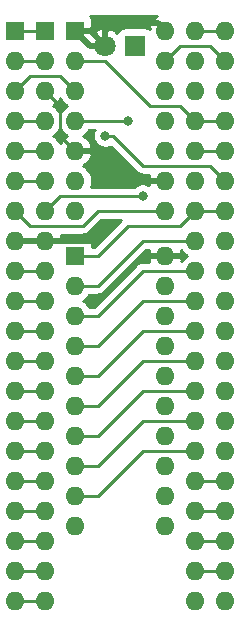
<source format=gbl>
G04 #@! TF.GenerationSoftware,KiCad,Pcbnew,(5.1.2-1)-1*
G04 #@! TF.CreationDate,2023-07-30T19:37:46+02:00*
G04 #@! TF.ProjectId,816to02,38313674-6f30-4322-9e6b-696361645f70,rev?*
G04 #@! TF.SameCoordinates,Original*
G04 #@! TF.FileFunction,Copper,L2,Bot*
G04 #@! TF.FilePolarity,Positive*
%FSLAX46Y46*%
G04 Gerber Fmt 4.6, Leading zero omitted, Abs format (unit mm)*
G04 Created by KiCad (PCBNEW (5.1.2-1)-1) date 2023-07-30 19:37:46*
%MOMM*%
%LPD*%
G04 APERTURE LIST*
%ADD10O,1.600000X1.600000*%
%ADD11R,1.600000X1.600000*%
%ADD12C,1.800000*%
%ADD13R,1.800000X1.800000*%
%ADD14C,0.800000*%
%ADD15C,0.250000*%
%ADD16C,0.500000*%
%ADD17C,0.254000*%
G04 APERTURE END LIST*
D10*
X33655000Y-24130000D03*
X18415000Y-72390000D03*
X33655000Y-26670000D03*
X18415000Y-69850000D03*
X33655000Y-29210000D03*
X18415000Y-67310000D03*
X33655000Y-31750000D03*
X18415000Y-64770000D03*
X33655000Y-34290000D03*
X18415000Y-62230000D03*
X33655000Y-36830000D03*
X18415000Y-59690000D03*
X33655000Y-39370000D03*
X18415000Y-57150000D03*
X33655000Y-41910000D03*
X18415000Y-54610000D03*
X33655000Y-44450000D03*
X18415000Y-52070000D03*
X33655000Y-46990000D03*
X18415000Y-49530000D03*
X33655000Y-49530000D03*
X18415000Y-46990000D03*
X33655000Y-52070000D03*
X18415000Y-44450000D03*
X33655000Y-54610000D03*
X18415000Y-41910000D03*
X33655000Y-57150000D03*
X18415000Y-39370000D03*
X33655000Y-59690000D03*
X18415000Y-36830000D03*
X33655000Y-62230000D03*
X18415000Y-34290000D03*
X33655000Y-64770000D03*
X18415000Y-31750000D03*
X33655000Y-67310000D03*
X18415000Y-29210000D03*
X33655000Y-69850000D03*
X18415000Y-26670000D03*
X33655000Y-72390000D03*
D11*
X18415000Y-24130000D03*
D12*
X26035000Y-25400000D03*
D13*
X28575000Y-25400000D03*
D10*
X31115000Y-24130000D03*
X23495000Y-39370000D03*
X31115000Y-26670000D03*
X23495000Y-36830000D03*
X31115000Y-29210000D03*
X23495000Y-34290000D03*
X31115000Y-31750000D03*
X23495000Y-31750000D03*
X31115000Y-34290000D03*
X23495000Y-29210000D03*
X31115000Y-36830000D03*
X23495000Y-26670000D03*
X31115000Y-39370000D03*
D11*
X23495000Y-24130000D03*
D10*
X31115000Y-43180000D03*
X23495000Y-66040000D03*
X31115000Y-45720000D03*
X23495000Y-63500000D03*
X31115000Y-48260000D03*
X23495000Y-60960000D03*
X31115000Y-50800000D03*
X23495000Y-58420000D03*
X31115000Y-53340000D03*
X23495000Y-55880000D03*
X31115000Y-55880000D03*
X23495000Y-53340000D03*
X31115000Y-58420000D03*
X23495000Y-50800000D03*
X31115000Y-60960000D03*
X23495000Y-48260000D03*
X31115000Y-63500000D03*
X23495000Y-45720000D03*
X31115000Y-66040000D03*
D11*
X23495000Y-43180000D03*
D10*
X36195000Y-24130000D03*
X20955000Y-72390000D03*
X36195000Y-26670000D03*
X20955000Y-69850000D03*
X36195000Y-29210000D03*
X20955000Y-67310000D03*
X36195000Y-31750000D03*
X20955000Y-64770000D03*
X36195000Y-34290000D03*
X20955000Y-62230000D03*
X36195000Y-36830000D03*
X20955000Y-59690000D03*
X36195000Y-39370000D03*
X20955000Y-57150000D03*
X36195000Y-41910000D03*
X20955000Y-54610000D03*
X36195000Y-44450000D03*
X20955000Y-52070000D03*
X36195000Y-46990000D03*
X20955000Y-49530000D03*
X36195000Y-49530000D03*
X20955000Y-46990000D03*
X36195000Y-52070000D03*
X20955000Y-44450000D03*
X36195000Y-54610000D03*
X20955000Y-41910000D03*
X36195000Y-57150000D03*
X20955000Y-39370000D03*
X36195000Y-59690000D03*
X20955000Y-36830000D03*
X36195000Y-62230000D03*
X20955000Y-34290000D03*
X36195000Y-64770000D03*
X20955000Y-31750000D03*
X36195000Y-67310000D03*
X20955000Y-29210000D03*
X36195000Y-69850000D03*
X20955000Y-26670000D03*
X36195000Y-72390000D03*
D11*
X20955000Y-24130000D03*
D14*
X26035000Y-40640000D03*
X27940000Y-31750000D03*
X29210000Y-38100000D03*
X26035000Y-33020000D03*
D15*
X33655000Y-24130000D02*
X36195000Y-24130000D01*
X18415000Y-72390000D02*
X20955000Y-72390000D01*
X18415000Y-69850000D02*
X20955000Y-69850000D01*
X18415000Y-67310000D02*
X20955000Y-67310000D01*
X33655000Y-31750000D02*
X36195000Y-31750000D01*
X29845000Y-30480000D02*
X26035000Y-26670000D01*
X32385000Y-30480000D02*
X29845000Y-30480000D01*
X26035000Y-26670000D02*
X23495000Y-26670000D01*
X33655000Y-31750000D02*
X32385000Y-30480000D01*
X18415000Y-64770000D02*
X20955000Y-64770000D01*
X33655000Y-34290000D02*
X36195000Y-34290000D01*
X18415000Y-62230000D02*
X20955000Y-62230000D01*
X18415000Y-59690000D02*
X20955000Y-59690000D01*
X33655000Y-39370000D02*
X36195000Y-39370000D01*
X33655000Y-39370000D02*
X32385000Y-40640000D01*
X23495000Y-42545000D02*
X23495000Y-43180000D01*
X32385000Y-40640000D02*
X27940000Y-40640000D01*
X25400000Y-43180000D02*
X23495000Y-43180000D01*
X27940000Y-40640000D02*
X25400000Y-43180000D01*
X18415000Y-57150000D02*
X20955000Y-57150000D01*
X23495000Y-45720000D02*
X25400000Y-45720000D01*
X25400000Y-45720000D02*
X29210000Y-41910000D01*
X29210000Y-41910000D02*
X33655000Y-41910000D01*
X18415000Y-54610000D02*
X20955000Y-54610000D01*
X23495000Y-48260000D02*
X25400000Y-48260000D01*
X25400000Y-48260000D02*
X29210000Y-44450000D01*
X29210000Y-44450000D02*
X33655000Y-44450000D01*
X18415000Y-52070000D02*
X20955000Y-52070000D01*
X23495000Y-50800000D02*
X25400000Y-50800000D01*
X25400000Y-50800000D02*
X29210000Y-46990000D01*
X29210000Y-46990000D02*
X33655000Y-46990000D01*
X18415000Y-49530000D02*
X20955000Y-49530000D01*
X23495000Y-53340000D02*
X25400000Y-53340000D01*
X25400000Y-53340000D02*
X29210000Y-49530000D01*
X29210000Y-49530000D02*
X33655000Y-49530000D01*
X18415000Y-46990000D02*
X20955000Y-46990000D01*
X23495000Y-55880000D02*
X25400000Y-55880000D01*
X25400000Y-55880000D02*
X29210000Y-52070000D01*
X29210000Y-52070000D02*
X33655000Y-52070000D01*
X18415000Y-44450000D02*
X20955000Y-44450000D01*
X23495000Y-58420000D02*
X25400000Y-58420000D01*
X25400000Y-58420000D02*
X29210000Y-54610000D01*
X29210000Y-54610000D02*
X33655000Y-54610000D01*
D16*
X18415000Y-41910000D02*
X20955000Y-41910000D01*
X23495000Y-34290000D02*
X26035000Y-34290000D01*
X26035000Y-34290000D02*
X28575000Y-36830000D01*
X28575000Y-36830000D02*
X31115000Y-36830000D01*
X24765000Y-41910000D02*
X26035000Y-40640000D01*
X20955000Y-41910000D02*
X24765000Y-41910000D01*
D15*
X23495000Y-34290000D02*
X22225000Y-33020000D01*
X22225000Y-30480000D02*
X20955000Y-29210000D01*
X22225000Y-33020000D02*
X22225000Y-30480000D01*
D16*
X23495000Y-24130000D02*
X24765000Y-25400000D01*
X24765000Y-25400000D02*
X26035000Y-25400000D01*
X26035000Y-25400000D02*
X26035000Y-24130000D01*
X26035000Y-24130000D02*
X26670000Y-23495000D01*
X26670000Y-23495000D02*
X30480000Y-23495000D01*
X30480000Y-23495000D02*
X31115000Y-24130000D01*
D15*
X23495000Y-60960000D02*
X25400000Y-60960000D01*
X25400000Y-60960000D02*
X29210000Y-57150000D01*
X29210000Y-57150000D02*
X33655000Y-57150000D01*
X18415000Y-39370000D02*
X19685000Y-40640000D01*
X19685000Y-40640000D02*
X24130000Y-40640000D01*
X24130000Y-40640000D02*
X25400000Y-39370000D01*
X25400000Y-39370000D02*
X31115000Y-39370000D01*
X23495000Y-63500000D02*
X25400000Y-63500000D01*
X25400000Y-63500000D02*
X29210000Y-59690000D01*
X29210000Y-59690000D02*
X33655000Y-59690000D01*
X18415000Y-36830000D02*
X20955000Y-36830000D01*
X33655000Y-62230000D02*
X36195000Y-62230000D01*
X18415000Y-34290000D02*
X20955000Y-34290000D01*
X33655000Y-64770000D02*
X36195000Y-64770000D01*
X18415000Y-31750000D02*
X20955000Y-31750000D01*
X33655000Y-67310000D02*
X36195000Y-67310000D01*
X18415000Y-29210000D02*
X19685000Y-27940000D01*
X22225000Y-27940000D02*
X23495000Y-29210000D01*
X19685000Y-27940000D02*
X22225000Y-27940000D01*
X27940000Y-31750000D02*
X23495000Y-31750000D01*
X33655000Y-69850000D02*
X36195000Y-69850000D01*
X18415000Y-26670000D02*
X20955000Y-26670000D01*
X18415000Y-24130000D02*
X20955000Y-24130000D01*
X31115000Y-26670000D02*
X32385000Y-25400000D01*
X34925000Y-25400000D02*
X36195000Y-26670000D01*
X32385000Y-25400000D02*
X34925000Y-25400000D01*
X29210000Y-38100000D02*
X22225000Y-38100000D01*
X22225000Y-38100000D02*
X20955000Y-39370000D01*
X26035000Y-33020000D02*
X26670000Y-33020000D01*
X26670000Y-33020000D02*
X29210000Y-35560000D01*
X34925000Y-35560000D02*
X36195000Y-36830000D01*
X29210000Y-35560000D02*
X34925000Y-35560000D01*
D17*
G36*
X29763754Y-42696913D02*
G01*
X29723096Y-42830961D01*
X29845085Y-43053000D01*
X30988000Y-43053000D01*
X30988000Y-43033000D01*
X31242000Y-43033000D01*
X31242000Y-43053000D01*
X32384915Y-43053000D01*
X32506904Y-42830961D01*
X32479039Y-42739091D01*
X32635392Y-42929608D01*
X32853899Y-43108932D01*
X32986858Y-43180000D01*
X32853899Y-43251068D01*
X32635392Y-43430392D01*
X32479039Y-43620909D01*
X32506904Y-43529039D01*
X32384915Y-43307000D01*
X31242000Y-43307000D01*
X31242000Y-43327000D01*
X30988000Y-43327000D01*
X30988000Y-43307000D01*
X29845085Y-43307000D01*
X29723096Y-43529039D01*
X29763754Y-43663087D01*
X29776474Y-43690000D01*
X29247325Y-43690000D01*
X29210000Y-43686324D01*
X29172675Y-43690000D01*
X29172667Y-43690000D01*
X29061014Y-43700997D01*
X28917753Y-43744454D01*
X28785724Y-43815026D01*
X28669999Y-43909999D01*
X28646201Y-43938997D01*
X25085199Y-47500000D01*
X24715901Y-47500000D01*
X24693932Y-47458899D01*
X24514608Y-47240392D01*
X24296101Y-47061068D01*
X24163142Y-46990000D01*
X24296101Y-46918932D01*
X24514608Y-46739608D01*
X24693932Y-46521101D01*
X24715901Y-46480000D01*
X25362678Y-46480000D01*
X25400000Y-46483676D01*
X25437322Y-46480000D01*
X25437333Y-46480000D01*
X25548986Y-46469003D01*
X25692247Y-46425546D01*
X25824276Y-46354974D01*
X25940001Y-46260001D01*
X25963804Y-46230997D01*
X29524802Y-42670000D01*
X29776474Y-42670000D01*
X29763754Y-42696913D01*
X29763754Y-42696913D01*
G37*
X29763754Y-42696913D02*
X29723096Y-42830961D01*
X29845085Y-43053000D01*
X30988000Y-43053000D01*
X30988000Y-43033000D01*
X31242000Y-43033000D01*
X31242000Y-43053000D01*
X32384915Y-43053000D01*
X32506904Y-42830961D01*
X32479039Y-42739091D01*
X32635392Y-42929608D01*
X32853899Y-43108932D01*
X32986858Y-43180000D01*
X32853899Y-43251068D01*
X32635392Y-43430392D01*
X32479039Y-43620909D01*
X32506904Y-43529039D01*
X32384915Y-43307000D01*
X31242000Y-43307000D01*
X31242000Y-43327000D01*
X30988000Y-43327000D01*
X30988000Y-43307000D01*
X29845085Y-43307000D01*
X29723096Y-43529039D01*
X29763754Y-43663087D01*
X29776474Y-43690000D01*
X29247325Y-43690000D01*
X29210000Y-43686324D01*
X29172675Y-43690000D01*
X29172667Y-43690000D01*
X29061014Y-43700997D01*
X28917753Y-43744454D01*
X28785724Y-43815026D01*
X28669999Y-43909999D01*
X28646201Y-43938997D01*
X25085199Y-47500000D01*
X24715901Y-47500000D01*
X24693932Y-47458899D01*
X24514608Y-47240392D01*
X24296101Y-47061068D01*
X24163142Y-46990000D01*
X24296101Y-46918932D01*
X24514608Y-46739608D01*
X24693932Y-46521101D01*
X24715901Y-46480000D01*
X25362678Y-46480000D01*
X25400000Y-46483676D01*
X25437322Y-46480000D01*
X25437333Y-46480000D01*
X25548986Y-46469003D01*
X25692247Y-46425546D01*
X25824276Y-46354974D01*
X25940001Y-46260001D01*
X25963804Y-46230997D01*
X29524802Y-42670000D01*
X29776474Y-42670000D01*
X29763754Y-42696913D01*
G36*
X25085199Y-42420000D02*
G01*
X24933072Y-42420000D01*
X24933072Y-42380000D01*
X24920812Y-42255518D01*
X24884502Y-42135820D01*
X24825537Y-42025506D01*
X24746185Y-41928815D01*
X24649494Y-41849463D01*
X24539180Y-41790498D01*
X24419482Y-41754188D01*
X24295000Y-41741928D01*
X22695000Y-41741928D01*
X22570518Y-41754188D01*
X22450820Y-41790498D01*
X22390000Y-41823007D01*
X22390000Y-41782998D01*
X22224916Y-41782998D01*
X22346904Y-41560961D01*
X22306246Y-41426913D01*
X22293526Y-41400000D01*
X24092678Y-41400000D01*
X24130000Y-41403676D01*
X24167322Y-41400000D01*
X24167333Y-41400000D01*
X24278986Y-41389003D01*
X24422247Y-41345546D01*
X24554276Y-41274974D01*
X24670001Y-41180001D01*
X24693804Y-41150997D01*
X25714802Y-40130000D01*
X27375197Y-40130000D01*
X25085199Y-42420000D01*
X25085199Y-42420000D01*
G37*
X25085199Y-42420000D02*
X24933072Y-42420000D01*
X24933072Y-42380000D01*
X24920812Y-42255518D01*
X24884502Y-42135820D01*
X24825537Y-42025506D01*
X24746185Y-41928815D01*
X24649494Y-41849463D01*
X24539180Y-41790498D01*
X24419482Y-41754188D01*
X24295000Y-41741928D01*
X22695000Y-41741928D01*
X22570518Y-41754188D01*
X22450820Y-41790498D01*
X22390000Y-41823007D01*
X22390000Y-41782998D01*
X22224916Y-41782998D01*
X22346904Y-41560961D01*
X22306246Y-41426913D01*
X22293526Y-41400000D01*
X24092678Y-41400000D01*
X24130000Y-41403676D01*
X24167322Y-41400000D01*
X24167333Y-41400000D01*
X24278986Y-41389003D01*
X24422247Y-41345546D01*
X24554276Y-41274974D01*
X24670001Y-41180001D01*
X24693804Y-41150997D01*
X25714802Y-40130000D01*
X27375197Y-40130000D01*
X25085199Y-42420000D01*
G36*
X18542000Y-41783000D02*
G01*
X19684915Y-41783000D01*
X19685000Y-41782845D01*
X19685085Y-41783000D01*
X20828000Y-41783000D01*
X20828000Y-41763000D01*
X21082000Y-41763000D01*
X21082000Y-41783000D01*
X21102000Y-41783000D01*
X21102000Y-42037000D01*
X21082000Y-42037000D01*
X21082000Y-42057000D01*
X20828000Y-42057000D01*
X20828000Y-42037000D01*
X19685085Y-42037000D01*
X19685000Y-42037155D01*
X19684915Y-42037000D01*
X18542000Y-42037000D01*
X18542000Y-42057000D01*
X18288000Y-42057000D01*
X18288000Y-42037000D01*
X18268000Y-42037000D01*
X18268000Y-41783000D01*
X18288000Y-41783000D01*
X18288000Y-41763000D01*
X18542000Y-41763000D01*
X18542000Y-41783000D01*
X18542000Y-41783000D01*
G37*
X18542000Y-41783000D02*
X19684915Y-41783000D01*
X19685000Y-41782845D01*
X19685085Y-41783000D01*
X20828000Y-41783000D01*
X20828000Y-41763000D01*
X21082000Y-41763000D01*
X21082000Y-41783000D01*
X21102000Y-41783000D01*
X21102000Y-42037000D01*
X21082000Y-42037000D01*
X21082000Y-42057000D01*
X20828000Y-42057000D01*
X20828000Y-42037000D01*
X19685085Y-42037000D01*
X19685000Y-42037155D01*
X19684915Y-42037000D01*
X18542000Y-42037000D01*
X18542000Y-42057000D01*
X18288000Y-42057000D01*
X18288000Y-42037000D01*
X18268000Y-42037000D01*
X18268000Y-41783000D01*
X18288000Y-41783000D01*
X18288000Y-41763000D01*
X18542000Y-41763000D01*
X18542000Y-41783000D01*
G36*
X25117795Y-32529744D02*
G01*
X25039774Y-32718102D01*
X25000000Y-32918061D01*
X25000000Y-33121939D01*
X25039774Y-33321898D01*
X25117795Y-33510256D01*
X25231063Y-33679774D01*
X25375226Y-33823937D01*
X25544744Y-33937205D01*
X25733102Y-34015226D01*
X25933061Y-34055000D01*
X26136939Y-34055000D01*
X26336898Y-34015226D01*
X26516168Y-33940969D01*
X28646205Y-36071008D01*
X28669999Y-36100001D01*
X28698992Y-36123795D01*
X28698996Y-36123799D01*
X28769685Y-36181811D01*
X28785724Y-36194974D01*
X28917753Y-36265546D01*
X29061014Y-36309003D01*
X29172667Y-36320000D01*
X29172676Y-36320000D01*
X29209999Y-36323676D01*
X29247322Y-36320000D01*
X29776474Y-36320000D01*
X29763754Y-36346913D01*
X29723096Y-36480961D01*
X29845085Y-36703000D01*
X30988000Y-36703000D01*
X30988000Y-36683000D01*
X31242000Y-36683000D01*
X31242000Y-36703000D01*
X31262000Y-36703000D01*
X31262000Y-36957000D01*
X31242000Y-36957000D01*
X31242000Y-36977000D01*
X30988000Y-36977000D01*
X30988000Y-36957000D01*
X29845085Y-36957000D01*
X29723096Y-37179039D01*
X29730330Y-37202890D01*
X29700256Y-37182795D01*
X29511898Y-37104774D01*
X29311939Y-37065000D01*
X29108061Y-37065000D01*
X28908102Y-37104774D01*
X28719744Y-37182795D01*
X28550226Y-37296063D01*
X28506289Y-37340000D01*
X24839864Y-37340000D01*
X24909236Y-37111309D01*
X24936943Y-36830000D01*
X24909236Y-36548691D01*
X24827182Y-36278192D01*
X24693932Y-36028899D01*
X24514608Y-35810392D01*
X24296101Y-35631068D01*
X24158318Y-35557421D01*
X24350131Y-35442385D01*
X24558519Y-35253414D01*
X24726037Y-35027420D01*
X24846246Y-34773087D01*
X24886904Y-34639039D01*
X24764915Y-34417000D01*
X23622000Y-34417000D01*
X23622000Y-34437000D01*
X23368000Y-34437000D01*
X23368000Y-34417000D01*
X23348000Y-34417000D01*
X23348000Y-34163000D01*
X23368000Y-34163000D01*
X23368000Y-34143000D01*
X23622000Y-34143000D01*
X23622000Y-34163000D01*
X24764915Y-34163000D01*
X24886904Y-33940961D01*
X24846246Y-33806913D01*
X24726037Y-33552580D01*
X24558519Y-33326586D01*
X24350131Y-33137615D01*
X24158318Y-33022579D01*
X24296101Y-32948932D01*
X24514608Y-32769608D01*
X24693932Y-32551101D01*
X24715901Y-32510000D01*
X25130987Y-32510000D01*
X25117795Y-32529744D01*
X25117795Y-32529744D01*
G37*
X25117795Y-32529744D02*
X25039774Y-32718102D01*
X25000000Y-32918061D01*
X25000000Y-33121939D01*
X25039774Y-33321898D01*
X25117795Y-33510256D01*
X25231063Y-33679774D01*
X25375226Y-33823937D01*
X25544744Y-33937205D01*
X25733102Y-34015226D01*
X25933061Y-34055000D01*
X26136939Y-34055000D01*
X26336898Y-34015226D01*
X26516168Y-33940969D01*
X28646205Y-36071008D01*
X28669999Y-36100001D01*
X28698992Y-36123795D01*
X28698996Y-36123799D01*
X28769685Y-36181811D01*
X28785724Y-36194974D01*
X28917753Y-36265546D01*
X29061014Y-36309003D01*
X29172667Y-36320000D01*
X29172676Y-36320000D01*
X29209999Y-36323676D01*
X29247322Y-36320000D01*
X29776474Y-36320000D01*
X29763754Y-36346913D01*
X29723096Y-36480961D01*
X29845085Y-36703000D01*
X30988000Y-36703000D01*
X30988000Y-36683000D01*
X31242000Y-36683000D01*
X31242000Y-36703000D01*
X31262000Y-36703000D01*
X31262000Y-36957000D01*
X31242000Y-36957000D01*
X31242000Y-36977000D01*
X30988000Y-36977000D01*
X30988000Y-36957000D01*
X29845085Y-36957000D01*
X29723096Y-37179039D01*
X29730330Y-37202890D01*
X29700256Y-37182795D01*
X29511898Y-37104774D01*
X29311939Y-37065000D01*
X29108061Y-37065000D01*
X28908102Y-37104774D01*
X28719744Y-37182795D01*
X28550226Y-37296063D01*
X28506289Y-37340000D01*
X24839864Y-37340000D01*
X24909236Y-37111309D01*
X24936943Y-36830000D01*
X24909236Y-36548691D01*
X24827182Y-36278192D01*
X24693932Y-36028899D01*
X24514608Y-35810392D01*
X24296101Y-35631068D01*
X24158318Y-35557421D01*
X24350131Y-35442385D01*
X24558519Y-35253414D01*
X24726037Y-35027420D01*
X24846246Y-34773087D01*
X24886904Y-34639039D01*
X24764915Y-34417000D01*
X23622000Y-34417000D01*
X23622000Y-34437000D01*
X23368000Y-34437000D01*
X23368000Y-34417000D01*
X23348000Y-34417000D01*
X23348000Y-34163000D01*
X23368000Y-34163000D01*
X23368000Y-34143000D01*
X23622000Y-34143000D01*
X23622000Y-34163000D01*
X24764915Y-34163000D01*
X24886904Y-33940961D01*
X24846246Y-33806913D01*
X24726037Y-33552580D01*
X24558519Y-33326586D01*
X24350131Y-33137615D01*
X24158318Y-33022579D01*
X24296101Y-32948932D01*
X24514608Y-32769608D01*
X24693932Y-32551101D01*
X24715901Y-32510000D01*
X25130987Y-32510000D01*
X25117795Y-32529744D01*
G36*
X22296068Y-32551101D02*
G01*
X22475392Y-32769608D01*
X22693899Y-32948932D01*
X22831682Y-33022579D01*
X22639869Y-33137615D01*
X22431481Y-33326586D01*
X22263963Y-33552580D01*
X22228301Y-33628033D01*
X22153932Y-33488899D01*
X21974608Y-33270392D01*
X21756101Y-33091068D01*
X21623142Y-33020000D01*
X21756101Y-32948932D01*
X21974608Y-32769608D01*
X22153932Y-32551101D01*
X22225000Y-32418142D01*
X22296068Y-32551101D01*
X22296068Y-32551101D01*
G37*
X22296068Y-32551101D02*
X22475392Y-32769608D01*
X22693899Y-32948932D01*
X22831682Y-33022579D01*
X22639869Y-33137615D01*
X22431481Y-33326586D01*
X22263963Y-33552580D01*
X22228301Y-33628033D01*
X22153932Y-33488899D01*
X21974608Y-33270392D01*
X21756101Y-33091068D01*
X21623142Y-33020000D01*
X21756101Y-32948932D01*
X21974608Y-32769608D01*
X22153932Y-32551101D01*
X22225000Y-32418142D01*
X22296068Y-32551101D01*
G36*
X22296068Y-30011101D02*
G01*
X22475392Y-30229608D01*
X22693899Y-30408932D01*
X22826858Y-30480000D01*
X22693899Y-30551068D01*
X22475392Y-30730392D01*
X22296068Y-30948899D01*
X22225000Y-31081858D01*
X22153932Y-30948899D01*
X21974608Y-30730392D01*
X21756101Y-30551068D01*
X21618318Y-30477421D01*
X21810131Y-30362385D01*
X22018519Y-30173414D01*
X22186037Y-29947420D01*
X22221699Y-29871967D01*
X22296068Y-30011101D01*
X22296068Y-30011101D01*
G37*
X22296068Y-30011101D02*
X22475392Y-30229608D01*
X22693899Y-30408932D01*
X22826858Y-30480000D01*
X22693899Y-30551068D01*
X22475392Y-30730392D01*
X22296068Y-30948899D01*
X22225000Y-31081858D01*
X22153932Y-30948899D01*
X21974608Y-30730392D01*
X21756101Y-30551068D01*
X21618318Y-30477421D01*
X21810131Y-30362385D01*
X22018519Y-30173414D01*
X22186037Y-29947420D01*
X22221699Y-29871967D01*
X22296068Y-30011101D01*
G36*
X21082000Y-29083000D02*
G01*
X21102000Y-29083000D01*
X21102000Y-29337000D01*
X21082000Y-29337000D01*
X21082000Y-29357000D01*
X20828000Y-29357000D01*
X20828000Y-29337000D01*
X20808000Y-29337000D01*
X20808000Y-29083000D01*
X20828000Y-29083000D01*
X20828000Y-29063000D01*
X21082000Y-29063000D01*
X21082000Y-29083000D01*
X21082000Y-29083000D01*
G37*
X21082000Y-29083000D02*
X21102000Y-29083000D01*
X21102000Y-29337000D01*
X21082000Y-29337000D01*
X21082000Y-29357000D01*
X20828000Y-29357000D01*
X20828000Y-29337000D01*
X20808000Y-29337000D01*
X20808000Y-29083000D01*
X20828000Y-29083000D01*
X20828000Y-29063000D01*
X21082000Y-29063000D01*
X21082000Y-29083000D01*
G36*
X30259869Y-22977615D02*
G01*
X30051481Y-23166586D01*
X29883963Y-23392580D01*
X29763754Y-23646913D01*
X29723096Y-23780961D01*
X29825481Y-23967318D01*
X29719180Y-23910498D01*
X29599482Y-23874188D01*
X29475000Y-23861928D01*
X27675000Y-23861928D01*
X27550518Y-23874188D01*
X27430820Y-23910498D01*
X27320506Y-23969463D01*
X27223815Y-24048815D01*
X27144463Y-24145506D01*
X27085498Y-24255820D01*
X27082187Y-24266735D01*
X27035422Y-24219970D01*
X26919474Y-24335918D01*
X26835792Y-24081739D01*
X26563225Y-23950842D01*
X26270358Y-23875635D01*
X25968447Y-23859009D01*
X25669093Y-23901603D01*
X25383801Y-24001778D01*
X25234208Y-24081739D01*
X25150525Y-24335920D01*
X26035000Y-25220395D01*
X26049143Y-25206253D01*
X26228748Y-25385858D01*
X26214605Y-25400000D01*
X26228748Y-25414143D01*
X26049143Y-25593748D01*
X26035000Y-25579605D01*
X26020858Y-25593748D01*
X25841253Y-25414143D01*
X25855395Y-25400000D01*
X24970920Y-24515525D01*
X24930675Y-24528775D01*
X24930000Y-24415750D01*
X24771250Y-24257000D01*
X23622000Y-24257000D01*
X23622000Y-24277000D01*
X23368000Y-24277000D01*
X23368000Y-24257000D01*
X23348000Y-24257000D01*
X23348000Y-24003000D01*
X23368000Y-24003000D01*
X23368000Y-23983000D01*
X23622000Y-23983000D01*
X23622000Y-24003000D01*
X24771250Y-24003000D01*
X24930000Y-23844250D01*
X24933072Y-23330000D01*
X24920812Y-23205518D01*
X24884502Y-23085820D01*
X24825537Y-22975506D01*
X24751261Y-22885000D01*
X30414297Y-22885000D01*
X30259869Y-22977615D01*
X30259869Y-22977615D01*
G37*
X30259869Y-22977615D02*
X30051481Y-23166586D01*
X29883963Y-23392580D01*
X29763754Y-23646913D01*
X29723096Y-23780961D01*
X29825481Y-23967318D01*
X29719180Y-23910498D01*
X29599482Y-23874188D01*
X29475000Y-23861928D01*
X27675000Y-23861928D01*
X27550518Y-23874188D01*
X27430820Y-23910498D01*
X27320506Y-23969463D01*
X27223815Y-24048815D01*
X27144463Y-24145506D01*
X27085498Y-24255820D01*
X27082187Y-24266735D01*
X27035422Y-24219970D01*
X26919474Y-24335918D01*
X26835792Y-24081739D01*
X26563225Y-23950842D01*
X26270358Y-23875635D01*
X25968447Y-23859009D01*
X25669093Y-23901603D01*
X25383801Y-24001778D01*
X25234208Y-24081739D01*
X25150525Y-24335920D01*
X26035000Y-25220395D01*
X26049143Y-25206253D01*
X26228748Y-25385858D01*
X26214605Y-25400000D01*
X26228748Y-25414143D01*
X26049143Y-25593748D01*
X26035000Y-25579605D01*
X26020858Y-25593748D01*
X25841253Y-25414143D01*
X25855395Y-25400000D01*
X24970920Y-24515525D01*
X24930675Y-24528775D01*
X24930000Y-24415750D01*
X24771250Y-24257000D01*
X23622000Y-24257000D01*
X23622000Y-24277000D01*
X23368000Y-24277000D01*
X23368000Y-24257000D01*
X23348000Y-24257000D01*
X23348000Y-24003000D01*
X23368000Y-24003000D01*
X23368000Y-23983000D01*
X23622000Y-23983000D01*
X23622000Y-24003000D01*
X24771250Y-24003000D01*
X24930000Y-23844250D01*
X24933072Y-23330000D01*
X24920812Y-23205518D01*
X24884502Y-23085820D01*
X24825537Y-22975506D01*
X24751261Y-22885000D01*
X30414297Y-22885000D01*
X30259869Y-22977615D01*
G36*
X31242000Y-24003000D02*
G01*
X31262000Y-24003000D01*
X31262000Y-24257000D01*
X31242000Y-24257000D01*
X31242000Y-24277000D01*
X30988000Y-24277000D01*
X30988000Y-24257000D01*
X30968000Y-24257000D01*
X30968000Y-24003000D01*
X30988000Y-24003000D01*
X30988000Y-23983000D01*
X31242000Y-23983000D01*
X31242000Y-24003000D01*
X31242000Y-24003000D01*
G37*
X31242000Y-24003000D02*
X31262000Y-24003000D01*
X31262000Y-24257000D01*
X31242000Y-24257000D01*
X31242000Y-24277000D01*
X30988000Y-24277000D01*
X30988000Y-24257000D01*
X30968000Y-24257000D01*
X30968000Y-24003000D01*
X30988000Y-24003000D01*
X30988000Y-23983000D01*
X31242000Y-23983000D01*
X31242000Y-24003000D01*
M02*

</source>
